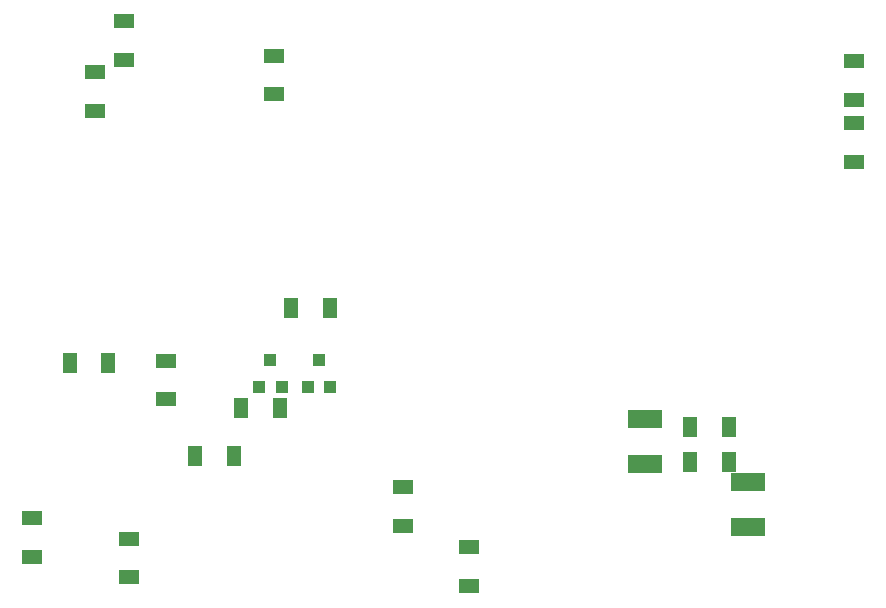
<source format=gbr>
%FSLAX34Y34*%
%MOMM*%
%LNSMDMASK_BOTTOM*%
G71*
G01*
%ADD10R,1.300X1.800*%
%ADD11R,3.000X1.500*%
%ADD12R,1.800X1.300*%
%ADD13R,1.100X1.100*%
%LPD*%
X615906Y-412850D02*
G54D10*
D03*
X583406Y-412750D02*
G54D10*
D03*
X615906Y-383481D02*
G54D10*
D03*
X583406Y-383381D02*
G54D10*
D03*
X631774Y-430262D02*
G54D11*
D03*
X631774Y-468262D02*
G54D11*
D03*
X544988Y-376971D02*
G54D11*
D03*
X544988Y-414971D02*
G54D11*
D03*
X722000Y-106399D02*
G54D12*
D03*
X722100Y-73899D02*
G54D12*
D03*
X722000Y-158786D02*
G54D12*
D03*
X722100Y-126286D02*
G54D12*
D03*
X396009Y-517950D02*
G54D12*
D03*
X396109Y-485450D02*
G54D12*
D03*
X340151Y-434650D02*
G54D12*
D03*
X340051Y-467150D02*
G54D12*
D03*
X164306Y-407988D02*
G54D10*
D03*
X196806Y-408088D02*
G54D10*
D03*
X108275Y-510568D02*
G54D12*
D03*
X108375Y-478068D02*
G54D12*
D03*
X25725Y-493344D02*
G54D12*
D03*
X25825Y-460844D02*
G54D12*
D03*
X78906Y-115518D02*
G54D12*
D03*
X79006Y-83018D02*
G54D12*
D03*
X139232Y-359994D02*
G54D12*
D03*
X139332Y-327494D02*
G54D12*
D03*
X230512Y-101786D02*
G54D12*
D03*
X230612Y-69286D02*
G54D12*
D03*
X218318Y-349213D02*
G54D13*
D03*
X237318Y-349213D02*
G54D13*
D03*
X227818Y-327013D02*
G54D13*
D03*
X259593Y-349213D02*
G54D13*
D03*
X278593Y-349213D02*
G54D13*
D03*
X269093Y-327013D02*
G54D13*
D03*
X235701Y-367606D02*
G54D10*
D03*
X203201Y-367506D02*
G54D10*
D03*
X57944Y-329405D02*
G54D10*
D03*
X90444Y-329505D02*
G54D10*
D03*
X103613Y-40154D02*
G54D12*
D03*
X103513Y-72654D02*
G54D12*
D03*
X277925Y-283080D02*
G54D10*
D03*
X245425Y-282980D02*
G54D10*
D03*
M02*

</source>
